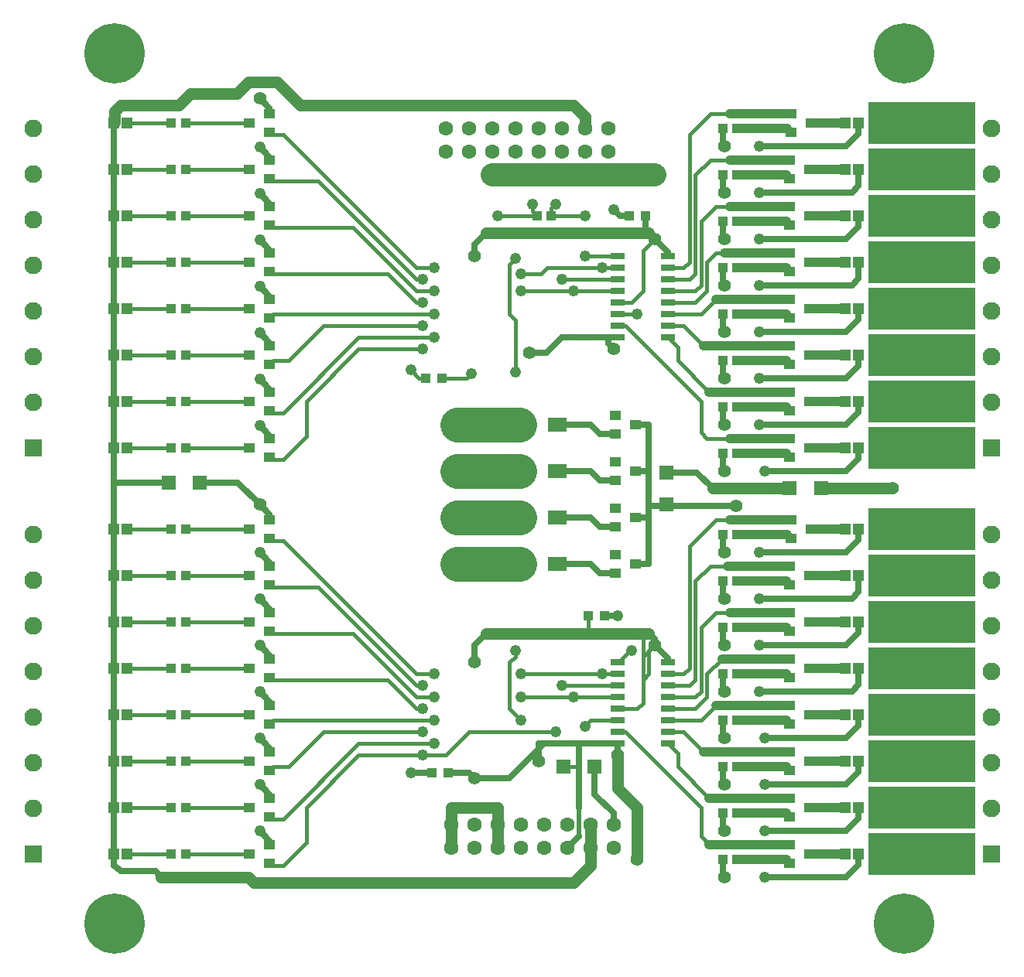
<source format=gbr>
G04 Easy-PC Gerber Version 25.0 Build 5877*
G04 #@! TF.Part,Single*
G04 #@! TF.FileFunction,Copper,L1,Top*
G04 #@! TF.FilePolarity,Positive*
%FSLAX35Y35*%
%MOIN*%
G04 #@! TA.AperFunction,SMDPad,CuDef*
%ADD73R,0.04000X0.04400*%
%ADD29R,0.04500X0.04500*%
%ADD106R,0.06300X0.06300*%
G04 #@! TA.AperFunction,ComponentPad*
%ADD74R,0.07677X0.07677*%
G04 #@! TD.AperFunction*
%ADD23C,0.01500*%
%ADD100C,0.02000*%
%ADD25C,0.02500*%
%ADD99C,0.04000*%
G04 #@! TA.AperFunction,ViaPad*
%ADD24C,0.04800*%
G04 #@! TD.AperFunction*
%ADD26C,0.05000*%
G04 #@! TA.AperFunction,ComponentPad*
%ADD107C,0.05500*%
G04 #@! TA.AperFunction,ViaPad*
%ADD27C,0.05600*%
G04 #@! TA.AperFunction,ComponentPad*
%ADD76C,0.06319*%
G04 #@! TA.AperFunction,SMDPad,CuDef*
%ADD105R,0.06102X0.02756*%
%ADD91R,0.04291X0.03937*%
%ADD72R,0.04800X0.04000*%
G04 #@! TA.AperFunction,ComponentPad*
%ADD75C,0.07677*%
G04 #@! TA.AperFunction,SMDPad,CuDef*
%ADD90R,0.07874X0.06102*%
G04 #@! TA.AperFunction,WasherPad*
%ADD104C,0.09600*%
G04 #@! TA.AperFunction,ViaPad*
%ADD98C,0.10000*%
G04 #@! TD.AperFunction*
%ADD101C,0.15000*%
G04 #@! TA.AperFunction,WasherPad*
%ADD102C,0.26000*%
%ADD103R,0.46000X0.18000*%
G04 #@! TD.AperFunction*
X0Y0D02*
D02*
D23*
X95703Y50250D02*
X114600D01*
X95703Y70250D02*
X114600D01*
X95703Y90250D02*
X114600D01*
X95703Y110250D02*
X114600D01*
X95703Y130250D02*
X114600D01*
X95703Y150250D02*
X114600D01*
X95703Y170250D02*
X114600D01*
X95703Y190250D02*
X114600D01*
X95703Y225250D02*
X114600D01*
X95703Y245250D02*
X114600D01*
X95703Y265250D02*
X114600D01*
X95703Y285250D02*
X114600D01*
X95703Y305250D02*
X114600D01*
X95703Y325250D02*
X114600D01*
X95703Y345250D02*
X114600D01*
X95703Y365250D02*
X114600D01*
X120900Y50250D02*
X148350D01*
X120900Y70250D02*
X148350D01*
X120900Y90250D02*
X148350D01*
X120900Y110250D02*
X148350D01*
X120900Y130250D02*
X148350D01*
X120900Y150250D02*
X148350D01*
X120900Y170250D02*
X148350D01*
X120900Y190250D02*
X148350D01*
X120900Y225250D02*
X148350D01*
X120900Y245250D02*
X148350D01*
X120900Y265250D02*
X148350D01*
X120900Y285250D02*
X148350D01*
X120900Y305250D02*
X148350D01*
X120900Y325250D02*
X148350D01*
X120900Y345250D02*
X148350D01*
X120900Y365250D02*
X148350D01*
X222750Y92750D02*
X195250D01*
X172750Y70250D01*
Y55250D01*
X162750Y45250D01*
X158050D01*
X157050Y46250D01*
X222750Y102750D02*
X180250D01*
X165250Y87750D01*
X158550D01*
X157050Y86250D01*
X222750Y112750D02*
X220250D01*
X207750Y125250D01*
X158050D01*
X157050Y126250D01*
X222750Y122750D02*
X220250D01*
X177750Y165250D01*
X158050D01*
X157050Y166250D01*
X222750Y267750D02*
X195250D01*
X172750Y245250D01*
Y230250D01*
X162750Y220250D01*
X158050D01*
X157050Y221250D01*
X222750Y277750D02*
X180250D01*
X165250Y262750D01*
X158550D01*
X157050Y261250D01*
X222750Y287750D02*
X220250D01*
X207750Y300250D01*
X158050D01*
X157050Y301250D01*
X222750Y297750D02*
X220250D01*
X177750Y340250D01*
X158050D01*
X157050Y341250D01*
X224250Y255250D02*
X221250D01*
X217750Y258750D01*
X227750Y97750D02*
X195250D01*
X162750Y65250D01*
X158050D01*
X157050Y66250D01*
X227750Y107750D02*
X158550D01*
X157050Y106250D01*
X227750Y117750D02*
X220250D01*
X192750Y145250D01*
X158050D01*
X157050Y146250D01*
X227750Y127750D02*
X220250D01*
X162750Y185250D01*
X158050D01*
X157050Y186250D01*
X227750Y272750D02*
X195250D01*
X162750Y240250D01*
X158050D01*
X157050Y241250D01*
X227750Y282750D02*
X158550D01*
X157050Y281250D01*
X227750Y292750D02*
X220250D01*
X192750Y320250D01*
X158050D01*
X157050Y321250D01*
X227750Y302750D02*
X220250D01*
X162750Y360250D01*
X158050D01*
X157050Y361250D01*
X231250Y255250D02*
X241750D01*
X243750Y257250D01*
X255250Y325250D02*
X272100D01*
X262750Y137750D02*
Y135250D01*
X260250Y132750D01*
Y112750D01*
X265250Y107750D01*
X262750Y257750D02*
Y280250D01*
X260250Y282750D01*
Y304250D01*
X262750Y306750D01*
X270250Y330250D02*
Y327100D01*
X272100Y325250D01*
X280250Y102750D02*
X242750D01*
X232750Y92750D01*
X222750D01*
X280250Y330250D02*
X278400Y328400D01*
Y325250D01*
X283550Y87750D02*
X290250D01*
X285250Y127750D02*
X265250D01*
X285250Y302750D02*
X276500D01*
X274000Y300250D01*
X265250D01*
X287750Y117750D02*
X265250D01*
X287750Y292750D02*
X265250D01*
X292750Y105250D02*
X295250Y107750D01*
X307022D01*
X292750Y325250D02*
X278400D01*
X294250Y152750D02*
Y145250D01*
X300250Y127750D02*
X285250D01*
X300250Y302750D02*
X285250D01*
X307022Y102750D02*
X310250D01*
X342750Y70250D01*
Y57750D01*
X346250Y54250D01*
X307022Y112750D02*
X315250D01*
X317750Y115250D01*
Y125250D01*
X307022Y117750D02*
X287750D01*
X307022Y122750D02*
X282750D01*
X307022Y127750D02*
X300250D01*
X307022Y132750D02*
X307386D01*
X312386Y137750D01*
X312750D01*
X307022Y277750D02*
X310250D01*
X342750Y245250D01*
Y231750D01*
X345250Y229250D01*
X355250D01*
X307022Y282750D02*
X315250D01*
X307022Y287750D02*
X312750D01*
X317750Y292750D01*
Y310250D01*
X322750Y315250D01*
X307022Y292750D02*
X287750D01*
X307022Y297750D02*
X282750D01*
X307022Y302750D02*
X300250D01*
X307022Y307750D02*
X292750D01*
X317750Y125250D02*
X320250Y127750D01*
Y137750D01*
X322750Y140250D01*
X317750Y135250D02*
Y145250D01*
Y135250D02*
Y125250D01*
X322750Y140250D02*
X317750Y135250D01*
X343750Y94250D02*
X335250Y102750D01*
X328478D01*
X343750Y269250D02*
X335250Y277750D01*
X328478D01*
X346250Y74250D02*
X332750Y87750D01*
Y93478D01*
X328478Y97750D01*
X346250Y249250D02*
X332750Y262750D01*
Y268478D01*
X328478Y272750D01*
X349250Y114250D02*
X342750Y107750D01*
X328478D01*
X349250Y289250D02*
X342750Y282750D01*
X328478D01*
X351750Y134250D02*
X345250Y127750D01*
Y117750D01*
X340250Y112750D01*
X328478D01*
X352750Y309250D02*
X349250D01*
X345250Y305250D01*
Y292750D01*
X340250Y287750D01*
X328478D01*
X354250Y174250D02*
X346750D01*
X340250Y167750D01*
Y125250D01*
X337750Y122750D01*
X328478D01*
X355250Y154250D02*
X349250D01*
X342750Y147750D01*
Y120250D01*
X340250Y117750D01*
X328478D01*
X355250Y194250D02*
X349250D01*
X337750Y182750D01*
Y130250D01*
X335250Y127750D01*
X328478D01*
X355250Y329250D02*
X349250D01*
X342750Y322750D01*
Y295250D01*
X340250Y292750D01*
X328478D01*
X355250Y349250D02*
X346750D01*
X340250Y342750D01*
Y300250D01*
X337750Y297750D01*
X328478D01*
X355250Y369250D02*
X346750D01*
X337750Y360250D01*
Y305250D01*
X335250Y302750D01*
X328478D01*
X379450Y47750D02*
X380950Y46250D01*
X379450Y67750D02*
X380950Y66250D01*
X379450Y87750D02*
X380950Y86250D01*
X379450Y107750D02*
X380950Y106250D01*
X379450Y127750D02*
X380950Y126250D01*
X379450Y147750D02*
X380950Y146250D01*
X379450Y167750D02*
X380950Y166250D01*
X379450Y222750D02*
X380950Y221250D01*
X379450Y242750D02*
X380950Y241250D01*
X379450Y262750D02*
X380950Y261250D01*
X379450Y282750D02*
X380950Y281250D01*
X379450Y302750D02*
X380950Y301250D01*
X379450Y322750D02*
X380950Y321250D01*
X379450Y342750D02*
X380950Y341250D01*
X379950Y187750D02*
X381450Y186250D01*
X379950Y362750D02*
X381450Y361250D01*
D02*
D24*
X152750Y60250D03*
Y80250D03*
Y100250D03*
Y120250D03*
Y140250D03*
Y160250D03*
Y180250D03*
Y234750D03*
Y254750D03*
Y274750D03*
Y294750D03*
Y314750D03*
Y334750D03*
Y354750D03*
X217750Y85250D03*
Y258750D03*
X222750Y92750D03*
Y102750D03*
Y112750D03*
Y122750D03*
Y267750D03*
Y277750D03*
Y287750D03*
Y297750D03*
X227750Y97750D03*
Y107750D03*
Y117750D03*
Y127750D03*
Y272750D03*
Y282750D03*
Y292750D03*
Y302750D03*
X243750Y257250D03*
X255250Y325250D03*
X262750Y137750D03*
Y257750D03*
Y306750D03*
X265250Y107750D03*
Y117750D03*
Y127750D03*
Y292750D03*
Y300250D03*
X270250Y330250D03*
X280250Y102750D03*
Y330250D03*
X282750Y122750D03*
Y297750D03*
X287750Y117750D03*
Y292750D03*
X292750Y105250D03*
Y307750D03*
Y325250D03*
X300250Y127750D03*
Y302750D03*
X305250Y327750D03*
X307022Y152750D03*
X312750Y137750D03*
X315250Y282750D03*
X347750Y207750D03*
X367750Y120250D03*
Y140250D03*
Y160250D03*
Y180250D03*
Y235250D03*
Y255250D03*
Y275250D03*
Y295250D03*
Y315250D03*
Y335250D03*
Y355250D03*
X370250Y40250D03*
Y60250D03*
Y80250D03*
Y100250D03*
Y215250D03*
D02*
D25*
X89797Y50250D02*
Y45250D01*
X90250D01*
X92750Y42750D01*
X107750D01*
X110250Y40250D01*
X89797Y190250D02*
Y50250D01*
Y210250D02*
Y190250D01*
Y225250D02*
Y210250D01*
Y365250D02*
Y225250D01*
X113550Y210250D02*
X89797D01*
X126950D02*
X143250D01*
X152750Y200750D01*
X157050Y54250D02*
Y55950D01*
X152750Y60250D01*
X157050Y74250D02*
Y75950D01*
X152750Y80250D01*
X157050Y94250D02*
Y95950D01*
X152750Y100250D01*
X157050Y114250D02*
Y115950D01*
X152750Y120250D01*
X157050Y134250D02*
Y135950D01*
X152750Y140250D01*
X157050Y154250D02*
Y155950D01*
X152750Y160250D01*
X157050Y174250D02*
Y175950D01*
X152750Y180250D01*
X157050Y194250D02*
Y196450D01*
X152750Y200750D01*
X157050Y229250D02*
Y230450D01*
X152750Y234750D01*
X157050Y249250D02*
Y250450D01*
X152750Y254750D01*
X157050Y269250D02*
Y270450D01*
X152750Y274750D01*
X157050Y289250D02*
Y290450D01*
X152750Y294750D01*
X157050Y309250D02*
Y310450D01*
X152750Y314750D01*
X157050Y329250D02*
Y330450D01*
X152750Y334750D01*
X157050Y349250D02*
Y350450D01*
X152750Y354750D01*
X157050Y369250D02*
Y371450D01*
X152750Y375750D01*
X226750Y85250D02*
X217750D01*
X233750D02*
X242750D01*
X245250Y82750D01*
X260250D01*
X275250Y97750D01*
X250250Y145250D02*
X245250Y140250D01*
Y132750D01*
X250250Y317750D02*
X245250Y312750D01*
Y307750D01*
X268750Y266250D02*
X276250D01*
X282750Y272750D01*
X290250D01*
X302750D01*
X275250Y97750D02*
X272750D01*
Y90250D01*
X275250Y97750D02*
X290250D01*
X285250Y52750D02*
X290250Y57750D01*
Y70250D02*
Y87750D01*
Y97750D01*
X296950Y87750D02*
Y76050D01*
X305250Y67750D01*
Y62750D01*
X301250Y152750D02*
X307022D01*
X302750Y272750D02*
Y270250D01*
X305250Y267750D01*
X305950Y171250D02*
X299250D01*
X295250Y175250D01*
X281018D01*
X305950Y191250D02*
X299250D01*
X295250Y195250D01*
X281018D01*
X305950Y211250D02*
X299250D01*
X295250Y215250D01*
X281018D01*
X305950Y231250D02*
X299250D01*
X295250Y235250D01*
X281018D01*
X307022Y97750D02*
Y92750D01*
Y97750D02*
X290250D01*
X307022Y272750D02*
X302750D01*
X311750Y325250D02*
X307750D01*
X305250Y327750D01*
X314650Y175250D02*
X320250D01*
Y195250D01*
X318750Y325250D02*
Y319250D01*
X322750Y315250D01*
X320250Y195250D02*
X314650D01*
X320250D02*
Y200250D01*
X326950D01*
X327750Y201050D01*
X320250Y200250D02*
Y215250D01*
X314650D01*
X320250D02*
Y235250D01*
X314650D01*
X322750Y140250D02*
Y142750D01*
X320250Y145250D01*
X322750Y315250D02*
X320250Y317750D01*
X328478Y132750D02*
Y134522D01*
X322750Y140250D01*
X328478Y307750D02*
Y309522D01*
X322750Y315250D01*
X347750Y207750D02*
X341050Y214450D01*
X327750D01*
X352100Y47750D02*
Y40900D01*
X352750Y40250D01*
X352100Y222750D02*
Y215900D01*
X352750Y215250D01*
Y60250D02*
X352100Y60900D01*
Y67750D01*
X352750Y80250D02*
X352100Y80900D01*
Y87750D01*
X352750Y100250D02*
X352100Y100900D01*
Y107750D01*
X352750Y120250D02*
X352100Y120900D01*
Y127750D01*
X352750Y140250D02*
X352100Y140900D01*
Y147750D01*
X352750Y160250D02*
X352100Y160900D01*
Y167750D01*
X352750Y180250D02*
X352100Y180900D01*
Y187750D01*
X352750Y235250D02*
X352100Y235900D01*
Y242750D01*
X352750Y255250D02*
X352100Y255900D01*
Y262750D01*
X352750Y275250D02*
X352100Y275900D01*
Y282750D01*
X352750Y295250D02*
X352100Y295900D01*
Y302750D01*
X352750Y315250D02*
X352100Y315900D01*
Y322750D01*
X352750Y335250D02*
X352100Y335900D01*
Y342750D01*
X352750Y355250D02*
X352100Y355900D01*
Y362750D01*
X357750Y200250D02*
X328550D01*
X327750Y201050D01*
X410703Y50250D02*
Y45703D01*
X405250Y40250D01*
X370250D01*
X410703Y70250D02*
Y65703D01*
X405250Y60250D01*
X370250D01*
X410703Y90250D02*
Y85703D01*
X405250Y80250D01*
X370250D01*
X410703Y110250D02*
Y105703D01*
X405250Y100250D01*
X370250D01*
X410703Y130250D02*
Y123203D01*
X407750Y120250D01*
X367750D01*
X410703Y150250D02*
Y145703D01*
X405250Y140250D01*
X367750D01*
X410703Y170250D02*
Y163203D01*
X407750Y160250D01*
X367750D01*
X410703Y190250D02*
Y185703D01*
X405250Y180250D01*
X367750D01*
X410703Y225250D02*
Y220703D01*
X405250Y215250D01*
X370250D01*
X410703Y245250D02*
Y240703D01*
X405250Y235250D01*
X367750D01*
X410703Y265250D02*
Y260703D01*
X405250Y255250D01*
X367750D01*
X410703Y285250D02*
Y280703D01*
X405250Y275250D01*
X367750D01*
X410703Y305250D02*
Y298203D01*
X407750Y295250D01*
X367750D01*
X410703Y325250D02*
Y320703D01*
X405250Y315250D01*
X367750D01*
X410703Y345250D02*
Y338203D01*
X407750Y335250D01*
X367750D01*
X410703Y365250D02*
Y360703D01*
X405250Y355250D01*
X367750D01*
D02*
D26*
X110250Y40250D02*
X147750D01*
X150250Y37750D01*
X287750D01*
X295250Y45250D01*
Y62750D01*
X255250Y52750D02*
Y70250D01*
X235250D01*
Y52750D01*
X292750Y362750D02*
Y367750D01*
X287750Y372750D01*
X170250D01*
X160250Y382750D01*
X147750D01*
X142750Y377750D01*
X122750D01*
X117750Y372750D01*
X92750D01*
X90250Y370250D01*
Y365703D01*
X89797Y365250D01*
X294250Y145250D02*
X250250D01*
X315250Y47750D02*
Y70250D01*
X307022Y78478D01*
Y92750D01*
X317750Y145250D02*
X294250D01*
X320250D02*
X317750D01*
X320250Y317750D02*
X250250D01*
X381050Y207750D02*
X347750D01*
X394450D02*
X425250D01*
D02*
D27*
X152750Y200750D03*
Y375750D03*
X245250Y82750D03*
Y132750D03*
Y307750D03*
X252750Y342750D03*
X268750Y266250D03*
X272750Y90250D03*
X305250Y267750D03*
X307022Y92750D03*
X315250Y47750D03*
X322750Y140250D03*
Y315250D03*
Y342750D03*
X352750Y40250D03*
Y60250D03*
Y80250D03*
Y100250D03*
Y120250D03*
Y140250D03*
Y160250D03*
Y180250D03*
Y215250D03*
Y235250D03*
Y255250D03*
Y275250D03*
Y295250D03*
Y315250D03*
Y335250D03*
Y355250D03*
X357750Y200250D03*
X425250Y207750D03*
D02*
D29*
X89797Y50250D03*
Y70250D03*
Y90250D03*
Y110250D03*
Y130250D03*
Y150250D03*
Y170250D03*
Y190250D03*
Y225250D03*
Y245250D03*
Y265250D03*
Y285250D03*
Y305250D03*
Y325250D03*
Y345250D03*
Y365250D03*
X95703Y50250D03*
Y70250D03*
Y90250D03*
Y110250D03*
Y130250D03*
Y150250D03*
Y170250D03*
Y190250D03*
Y225250D03*
Y245250D03*
Y265250D03*
Y285250D03*
Y305250D03*
Y325250D03*
Y345250D03*
Y365250D03*
X404797Y50250D03*
Y70250D03*
Y90250D03*
Y110250D03*
Y130250D03*
Y150250D03*
Y170250D03*
Y190250D03*
Y225250D03*
Y245250D03*
Y265250D03*
Y285250D03*
Y305250D03*
Y325250D03*
Y345250D03*
Y365250D03*
X410703Y50250D03*
Y70250D03*
Y90250D03*
Y110250D03*
Y130250D03*
Y150250D03*
Y170250D03*
Y190250D03*
Y225250D03*
Y245250D03*
Y265250D03*
Y285250D03*
Y305250D03*
Y325250D03*
Y345250D03*
Y365250D03*
D02*
D72*
X148350Y50250D03*
Y70250D03*
Y90250D03*
Y110250D03*
Y130250D03*
Y150250D03*
Y170250D03*
Y190250D03*
Y225250D03*
Y245250D03*
Y265250D03*
Y285250D03*
Y305250D03*
Y325250D03*
Y345250D03*
Y365250D03*
X157050Y46250D03*
Y54250D03*
Y66250D03*
Y74250D03*
Y86250D03*
Y94250D03*
Y106250D03*
Y114250D03*
Y126250D03*
Y134250D03*
Y146250D03*
Y154250D03*
Y166250D03*
Y174250D03*
Y186250D03*
Y194250D03*
Y221250D03*
Y229250D03*
Y241250D03*
Y249250D03*
Y261250D03*
Y269250D03*
Y281250D03*
Y289250D03*
Y301250D03*
Y309250D03*
Y321250D03*
Y329250D03*
Y341250D03*
Y349250D03*
Y361250D03*
Y369250D03*
X305950Y171250D03*
Y179250D03*
Y191250D03*
Y199250D03*
Y211250D03*
Y219250D03*
Y231250D03*
Y239250D03*
X314650Y175250D03*
Y195250D03*
Y215250D03*
Y235250D03*
X380950Y46250D03*
Y54250D03*
Y66250D03*
Y74250D03*
Y86250D03*
Y94250D03*
Y106250D03*
Y114250D03*
Y126250D03*
Y134250D03*
Y146250D03*
Y154250D03*
Y166250D03*
Y174250D03*
Y221250D03*
Y229250D03*
Y241250D03*
Y249250D03*
Y261250D03*
Y269250D03*
Y281250D03*
Y289250D03*
Y301250D03*
Y309250D03*
Y321250D03*
Y329250D03*
Y341250D03*
Y349250D03*
X381450Y186250D03*
Y194250D03*
Y361250D03*
Y369250D03*
X389650Y50250D03*
Y70250D03*
Y90250D03*
Y110250D03*
Y130250D03*
Y150250D03*
Y170250D03*
Y225250D03*
Y245250D03*
Y265250D03*
Y285250D03*
Y305250D03*
Y325250D03*
Y345250D03*
X390150Y190250D03*
Y365250D03*
D02*
D73*
X114600Y50250D03*
Y70250D03*
Y90250D03*
Y110250D03*
Y130250D03*
Y150250D03*
Y170250D03*
Y190250D03*
Y225250D03*
Y245250D03*
Y265250D03*
Y285250D03*
Y305250D03*
Y325250D03*
Y345250D03*
Y365250D03*
X120900Y50250D03*
Y70250D03*
Y90250D03*
Y110250D03*
Y130250D03*
Y150250D03*
Y170250D03*
Y190250D03*
Y225250D03*
Y245250D03*
Y265250D03*
Y285250D03*
Y305250D03*
Y325250D03*
Y345250D03*
Y365250D03*
X272100Y325250D03*
X278400D03*
X352100Y47750D03*
Y67750D03*
Y87750D03*
Y107750D03*
Y127750D03*
Y147750D03*
Y167750D03*
Y187750D03*
Y222750D03*
Y242750D03*
Y262750D03*
Y282750D03*
Y302750D03*
Y322750D03*
Y342750D03*
Y362750D03*
X358400Y47750D03*
Y67750D03*
Y87750D03*
Y107750D03*
Y127750D03*
Y147750D03*
Y167750D03*
Y187750D03*
Y222750D03*
Y242750D03*
Y262750D03*
Y282750D03*
Y302750D03*
Y322750D03*
Y342750D03*
Y362750D03*
D02*
D74*
X55250Y50250D03*
Y225250D03*
X467750Y50250D03*
Y225250D03*
D02*
D75*
X55250Y69935D03*
Y89620D03*
Y109305D03*
Y128990D03*
Y148675D03*
Y168360D03*
Y188045D03*
Y244935D03*
Y264620D03*
Y284305D03*
Y303990D03*
Y323675D03*
Y343360D03*
Y363045D03*
X467750Y69935D03*
Y89620D03*
Y109305D03*
Y128990D03*
Y148675D03*
Y168360D03*
Y188045D03*
Y244935D03*
Y264620D03*
Y284305D03*
Y303990D03*
Y323675D03*
Y343360D03*
Y363045D03*
D02*
D76*
X232750Y352750D03*
Y362750D03*
X235250Y52750D03*
Y62750D03*
X242750Y352750D03*
Y362750D03*
X245250Y52750D03*
Y62750D03*
X252750Y352750D03*
Y362750D03*
X255250Y52750D03*
Y62750D03*
X262750Y352750D03*
Y362750D03*
X265250Y52750D03*
Y62750D03*
X272750Y352750D03*
Y362750D03*
X275250Y52750D03*
Y62750D03*
X282750Y352750D03*
Y362750D03*
X285250Y52750D03*
Y62750D03*
X292750Y352750D03*
Y362750D03*
X295250Y52750D03*
Y62750D03*
X302750Y352750D03*
Y362750D03*
X305250Y52750D03*
Y62750D03*
D02*
D90*
X264482Y175250D03*
Y195250D03*
Y215250D03*
Y235250D03*
X281018Y175250D03*
Y195250D03*
Y215250D03*
Y235250D03*
D02*
D91*
X224250Y255250D03*
X226750Y85250D03*
X231250Y255250D03*
X233750Y85250D03*
X294250Y152750D03*
X301250D03*
X311750Y325250D03*
X318750D03*
D02*
D98*
X252750Y342750D02*
X322750D01*
D02*
D99*
X346250Y54250D02*
X380950D01*
X355250Y229250D02*
X380950D01*
X358400Y47750D02*
X379450D01*
X358400Y67750D02*
X379450D01*
X358400Y87750D02*
X379450D01*
X358400Y107750D02*
X379450D01*
X358400Y127750D02*
X379450D01*
X358400Y147750D02*
X379450D01*
X358400Y167750D02*
X379450D01*
X358400Y187750D02*
X379950D01*
X358400Y222750D02*
X379450D01*
X358400Y242750D02*
X379450D01*
X358400Y262750D02*
X379450D01*
X358400Y282750D02*
X379450D01*
X358400Y302750D02*
X379450D01*
X358400Y322750D02*
X379450D01*
X358400Y342750D02*
X379450D01*
X358400Y362750D02*
X379950D01*
X380950Y74250D02*
X346250D01*
X380950Y94250D02*
X343750D01*
X380950Y114250D02*
X349250D01*
X380950Y134250D02*
X351750D01*
X380950Y154250D02*
X355250D01*
X380950Y174250D02*
X354250D01*
X380950Y249250D02*
X346250D01*
X380950Y269250D02*
X343750D01*
X380950Y289250D02*
X349250D01*
X380950Y309250D02*
X352750D01*
X380950Y329250D02*
X355250D01*
X380950Y349250D02*
X355250D01*
X381450Y194250D02*
X355250D01*
X381450Y369250D02*
X355250D01*
X389650Y50250D02*
X404797D01*
X389650Y70250D02*
X404797D01*
X389650Y90250D02*
X404797D01*
X389650Y110250D02*
X404797D01*
X389650Y130250D02*
X404797D01*
X389650Y150250D02*
X404797D01*
X389650Y170250D02*
X404797D01*
X389650Y225250D02*
X404797D01*
X389650Y245250D02*
X404797D01*
X389650Y265250D02*
X404797D01*
X389650Y285250D02*
X404797D01*
X389650Y305250D02*
X404797D01*
X389650Y325250D02*
X404797D01*
X389650Y345250D02*
X404797D01*
Y190250D02*
X390150D01*
X404797Y365250D02*
X390150D01*
D02*
D100*
X290250Y57750D02*
Y70250D01*
D02*
D101*
X264482Y175250D02*
X237750D01*
X264482Y195250D02*
X237750D01*
X264482Y215250D02*
X237750D01*
X264482Y235250D02*
X237750D01*
D02*
D102*
X90250Y20250D03*
Y395250D03*
X430250Y20250D03*
Y395250D03*
D02*
D103*
X437750Y50250D03*
Y70250D03*
Y90250D03*
Y110250D03*
Y130250D03*
Y150250D03*
Y170250D03*
Y190250D03*
Y225250D03*
Y245250D03*
Y265250D03*
Y285250D03*
Y305250D03*
Y325250D03*
Y345250D03*
Y365250D03*
D02*
D104*
X442750Y50250D03*
Y70250D03*
Y90250D03*
Y110250D03*
Y130250D03*
Y150250D03*
Y170250D03*
Y190250D03*
Y225250D03*
Y245250D03*
Y265250D03*
Y285250D03*
Y305250D03*
Y322750D03*
Y342750D03*
Y362750D03*
D02*
D105*
X307022Y97750D03*
Y102750D03*
Y107750D03*
Y112750D03*
Y117750D03*
Y122750D03*
Y127750D03*
Y132750D03*
Y272750D03*
Y277750D03*
Y282750D03*
Y287750D03*
Y292750D03*
Y297750D03*
Y302750D03*
Y307750D03*
X328478Y97750D03*
Y102750D03*
Y107750D03*
Y112750D03*
Y117750D03*
Y122750D03*
Y127750D03*
Y132750D03*
Y272750D03*
Y277750D03*
Y282750D03*
Y287750D03*
Y292750D03*
Y297750D03*
Y302750D03*
Y307750D03*
D02*
D106*
X113550Y210250D03*
X126950D03*
X283550Y87750D03*
X296950D03*
X327750Y201050D03*
Y214450D03*
X381050Y207750D03*
X394450D03*
D02*
D107*
X237750Y175250D03*
Y195250D03*
Y215250D03*
Y235250D03*
X0Y0D02*
M02*

</source>
